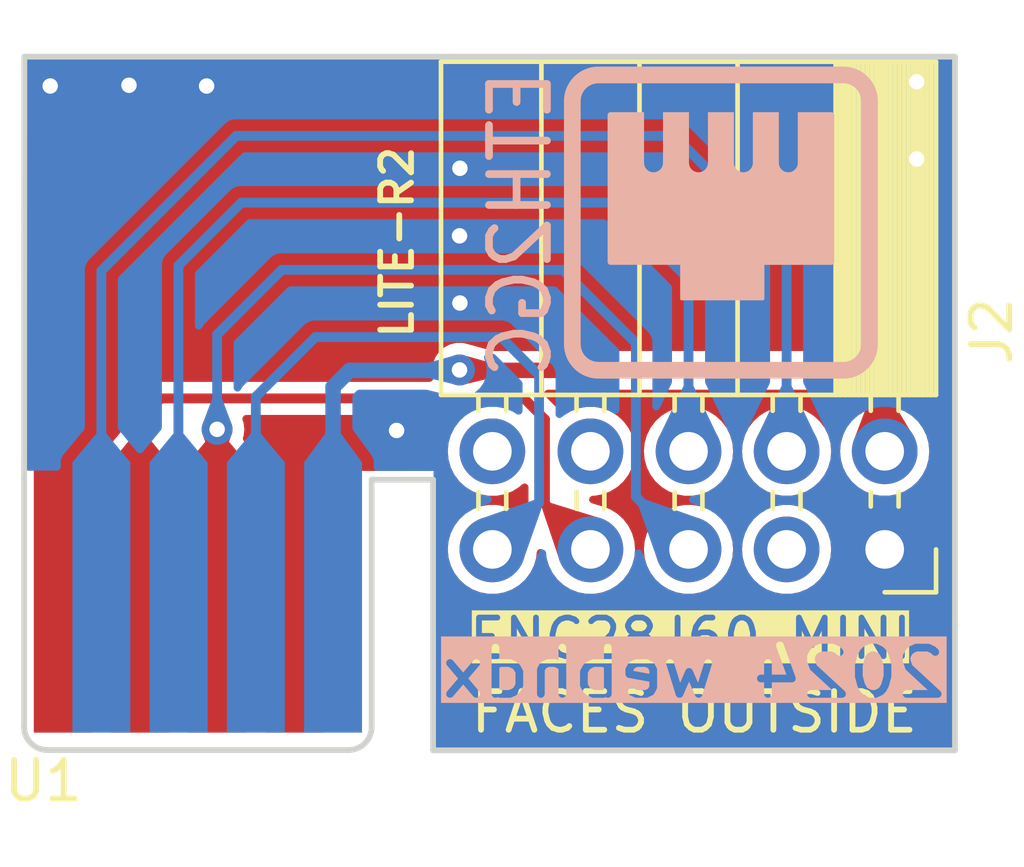
<source format=kicad_pcb>
(kicad_pcb (version 20240108) (generator "pcbnew") (generator_version "8.0")
  (layers (0 "F.Cu" signal) (31 "B.Cu" signal) (34 "B.Paste" user) (35 "F.Paste" user) (36 "B.SilkS" user "B.Silkscreen") (37 "F.SilkS" user "F.Silkscreen") (38 "B.Mask" user) (39 "F.Mask" user) (44 "Edge.Cuts" user))
  (net 0 "")
  (net 1 "+3.3V")
  (net 2 "GND")
  (net 3 "/EXI_INT")
  (net 4 "/EXI_CLK")
  (net 5 "/EXI_MOSI")
  (net 6 "/EXI_MISO")
  (net 7 "/EXI_CS")
  (footprint "Nintendo GameCube:GameCube_SerialPort2_Male" (layer "F.Cu") (at 107.985 111.305)
    (property "Reference" "U1" (at -0.5 4.75 0) (layer "F.SilkS"))
    (property "Value" "~")
    (fp_line (start -1 -3.05) (end -1 3.35) (stroke (width 0.15)) (layer "Edge.Cuts"))
    (fp_line (start -0.4 3.95) (end 7.4 3.95) (stroke (width 0.15)) (layer "Edge.Cuts"))
    (fp_line (start 8 -3.05) (end 8 3.35) (stroke (width 0.15)) (layer "Edge.Cuts"))
    (fp_arc (start -0.4 3.95) (mid -0.824264 3.774264) (end -1 3.35) (stroke (width 0.15)) (layer "Edge.Cuts"))
    (fp_arc (start 8 3.35) (mid 7.824264 3.774264) (end 7.4 3.95) (stroke (width 0.15)) (layer "Edge.Cuts"))
    (pad "1" smd rect (at 7 0) (size 1.5 7) (layers "B.Cu" "B.Mask") (net 1 "+3.3V"))
    (pad "2" smd rect (at 6 0) (size 1.5 7) (layers "F.Cu" "F.Mask") (net 2 "GND"))
    (pad "3" smd rect (at 5 0) (size 1.5 7) (layers "B.Cu" "B.Mask") (net 3 "/EXI_INT"))
    (pad "4" smd rect (at 4 0) (size 1.5 7) (layers "F.Cu" "F.Mask") (net 4 "/EXI_CLK"))
    (pad "5" smd rect (at 3 0) (size 1.5 7) (layers "B.Cu" "B.Mask") (net 5 "/EXI_MOSI"))
    (pad "6" smd rect (at 2 0) (size 1.5 7) (layers "F.Cu" "F.Mask") (net 6 "/EXI_MISO"))
    (pad "7" smd rect (at 1 0) (size 1.5 7) (layers "B.Cu" "B.Mask") (net 7 "/EXI_CS"))
    (pad "8" smd rect (at 0 0) (size 1.5 7) (layers "F.Cu" "F.Mask") (net 2 "GND"))
  )
  (footprint "Connector_PinSocket_2.54mm:PinSocket_2x05_P2.54mm_Horizontal" (layer "F.Cu") (at 129.27 110.06 -90)
    (property "Reference" "J2" (at -5.65 -2.77 90) (layer "F.SilkS"))
    (property "Value" "Conn_02x05_Odd_Even")
    (fp_line (start -12.63 11.49) (end -4 11.49) (stroke (width 0.12)) (layer "F.SilkS"))
    (fp_line (start -4 10.52) (end -3.59 10.52) (stroke (width 0.12)) (layer "F.SilkS"))
    (fp_line (start -1.49 10.52) (end -1.05 10.52) (stroke (width 0.12)) (layer "F.SilkS"))
    (fp_line (start -4 9.8) (end -3.59 9.8) (stroke (width 0.12)) (layer "F.SilkS"))
    (fp_line (start -1.49 9.8) (end -1.05 9.8) (stroke (width 0.12)) (layer "F.SilkS"))
    (fp_line (start -12.63 8.89) (end -4 8.89) (stroke (width 0.12)) (layer "F.SilkS"))
    (fp_line (start -4 7.98) (end -3.59 7.98) (stroke (width 0.12)) (layer "F.SilkS"))
    (fp_line (start -1.49 7.98) (end -1.05 7.98) (stroke (width 0.12)) (layer "F.SilkS"))
    (fp_line (start -4 7.26) (end -3.59 7.26) (stroke (width 0.12)) (layer "F.SilkS"))
    (fp_line (start -1.49 7.26) (end -1.05 7.26) (stroke (width 0.12)) (layer "F.SilkS"))
    (fp_line (start -12.63 6.35) (end -4 6.35) (stroke (width 0.12)) (layer "F.SilkS"))
    (fp_line (start -4 5.44) (end -3.59 5.44) (stroke (width 0.12)) (layer "F.SilkS"))
    (fp_line (start -1.49 5.44) (end -1.05 5.44) (stroke (width 0.12)) (layer "F.SilkS"))
    (fp_line (start -4 4.72) (end -3.59 4.72) (stroke (width 0.12)) (layer "F.SilkS"))
    (fp_line (start -1.49 4.72) (end -1.05 4.72) (stroke (width 0.12)) (layer "F.SilkS"))
    (fp_line (start -12.63 3.81) (end -4 3.81) (stroke (width 0.12)) (layer "F.SilkS"))
    (fp_line (start -4 2.9) (end -3.59 2.9) (stroke (width 0.12)) (layer "F.SilkS"))
    (fp_line (start -1.49 2.9) (end -1.05 2.9) (stroke (width 0.12)) (layer "F.SilkS"))
    (fp_line (start -4 2.18) (end -3.59 2.18) (stroke (width 0.12)) (layer "F.SilkS"))
    (fp_line (start -1.49 2.18) (end -1.05 2.18) (stroke (width 0.12)) (layer "F.SilkS"))
    (fp_line (start -12.63 1.27) (end -4 1.27) (stroke (width 0.12)) (layer "F.SilkS"))
    (fp_line (start -12.63 1.1519) (end -4 1.1519) (stroke (width 0.12)) (layer "F.SilkS"))
    (fp_line (start -12.63 1.033805) (end -4 1.033805) (stroke (width 0.12)) (layer "F.SilkS"))
    (fp_line (start -12.63 0.91571) (end -4 0.91571) (stroke (width 0.12)) (layer "F.SilkS"))
    (fp_line (start -12.63 0.797615) (end -4 0.797615) (stroke (width 0.12)) (layer "F.SilkS"))
    (fp_line (start -12.63 0.67952) (end -4 0.67952) (stroke (width 0.12)) (layer "F.SilkS"))
    (fp_line (start -12.63 0.561425) (end -4 0.561425) (stroke (width 0.12)) (layer "F.SilkS"))
    (fp_line (start -12.63 0.44333) (end -4 0.44333) (stroke (width 0.12)) (layer "F.SilkS"))
    (fp_line (start -4 0.36) (end -3.59 0.36) (stroke (width 0.12)) (layer "F.SilkS"))
    (fp_line (start -1.49 0.36) (end -1.11 0.36) (stroke (width 0.12)) (layer "F.SilkS"))
    (fp_line (start -12.63 0.325235) (end -4 0.325235) (stroke (width 0.12)) (layer "F.SilkS"))
    (fp_line (start -12.63 0.20714) (end -4 0.20714) (stroke (width 0.12)) (layer "F.SilkS"))
    (fp_line (start -12.63 0.089045) (end -4 0.089045) (stroke (width 0.12)) (layer "F.SilkS"))
    (fp_line (start -12.63 -0.02905) (end -4 -0.02905) (stroke (width 0.12)) (layer "F.SilkS"))
    (fp_line (start -12.63 -0.147145) (end -4 -0.147145) (stroke (width 0.12)) (layer "F.SilkS"))
    (fp_line (start -12.63 -0.26524) (end -4 -0.26524) (stroke (width 0.12)) (layer "F.SilkS"))
    (fp_line (start -4 -0.36) (end -3.59 -0.36) (stroke (width 0.12)) (layer "F.SilkS"))
    (fp_line (start -1.49 -0.36) (end -1.11 -0.36) (stroke (width 0.12)) (layer "F.SilkS"))
    (fp_line (start -12.63 -0.383335) (end -4 -0.383335) (stroke (width 0.12)) (layer "F.SilkS"))
    (fp_line (start -12.63 -0.50143) (end -4 -0.50143) (stroke (width 0.12)) (layer "F.SilkS"))
    (fp_line (start -12.63 -0.619525) (end -4 -0.619525) (stroke (width 0.12)) (layer "F.SilkS"))
    (fp_line (start -12.63 -0.73762) (end -4 -0.73762) (stroke (width 0.12)) (layer "F.SilkS"))
    (fp_line (start -12.63 -0.855715) (end -4 -0.855715) (stroke (width 0.12)) (layer "F.SilkS"))
    (fp_line (start -12.63 -0.97381) (end -4 -0.97381) (stroke (width 0.12)) (layer "F.SilkS"))
    (fp_line (start -12.63 -1.091905) (end -4 -1.091905) (stroke (width 0.12)) (layer "F.SilkS"))
    (fp_line (start -12.63 -1.21) (end -4 -1.21) (stroke (width 0.12)) (layer "F.SilkS"))
    (fp_line (start -12.63 -1.33) (end -12.63 11.49) (stroke (width 0.12)) (layer "F.SilkS"))
    (fp_line (start -12.63 -1.33) (end -4 -1.33) (stroke (width 0.12)) (layer "F.SilkS"))
    (fp_line (start -4 -1.33) (end -4 11.49) (stroke (width 0.12)) (layer "F.SilkS"))
    (fp_line (start 0 -1.33) (end 1.11 -1.33) (stroke (width 0.12)) (layer "F.SilkS"))
    (fp_line (start 1.11 -1.33) (end 1.11 0) (stroke (width 0.12)) (layer "F.SilkS"))
    (pad "1" thru_hole rect (at 0 0 270) (size 1.7 1.7) (drill 1) (layers "*.Cu" "*.Mask") (net 2 "GND"))
    (pad "2" thru_hole oval (at -2.54 0 270) (size 1.7 1.7) (drill 1) (layers "*.Cu" "*.Mask") (net 1 "+3.3V"))
    (pad "3" thru_hole oval (at 0 2.54 270) (size 1.7 1.7) (drill 1) (layers "*.Cu" "*.Mask"))
    (pad "4" thru_hole oval (at -2.54 2.54 270) (size 1.7 1.7) (drill 1) (layers "*.Cu" "*.Mask") (net 7 "/EXI_CS"))
    (pad "5" thru_hole oval (at 0 5.08 270) (size 1.7 1.7) (drill 1) (layers "*.Cu" "*.Mask") (net 4 "/EXI_CLK"))
    (pad "6" thru_hole oval (at -2.54 5.08 270) (size 1.7 1.7) (drill 1) (layers "*.Cu" "*.Mask") (net 5 "/EXI_MOSI"))
    (pad "7" thru_hole oval (at 0 7.62 270) (size 1.7 1.7) (drill 1) (layers "*.Cu" "*.Mask") (net 6 "/EXI_MISO"))
    (pad "8" thru_hole oval (at -2.54 7.62 270) (size 1.7 1.7) (drill 1) (layers "*.Cu" "*.Mask"))
    (pad "9" thru_hole oval (at 0 10.16 270) (size 1.7 1.7) (drill 1) (layers "*.Cu" "*.Mask") (net 3 "/EXI_INT"))
    (pad "10" thru_hole oval (at -2.54 10.16 270) (size 1.7 1.7) (drill 1) (layers "*.Cu" "*.Mask"))
  )
  (gr_poly (pts (xy 123.038292 100.048245) (xy 123.038611 100.060879) (xy 123.039558 100.073347) (xy 123.041118 100.085633) (xy 123.043274 100.097721) (xy 123.046013 100.109597) (xy 123.049319 100.121245) (xy 123.053175 100.132649) (xy 123.057567 100.143795) (xy 123.062479 100.154666) (xy 123.067897 100.165248) (xy 123.073803 100.175524) (xy 123.080184 100.185481) (xy 123.087024 100.195101) (xy 123.094307 100.204371) (xy 123.102019 100.213274) (xy 123.110143 100.221795) (xy 123.118664 100.229919) (xy 123.127567 100.23763) (xy 123.136836 100.244913) (xy 123.146457 100.251753) (xy 123.156413 100.258134) (xy 123.16669 100.264041) (xy 123.177272 100.269458) (xy 123.188143 100.274371) (xy 123.199289 100.278763) (xy 123.210693 100.282619) (xy 123.222341 100.285924) (xy 123.234216 100.288663) (xy 123.246305 100.29082) (xy 123.258591 100.29238) (xy 123.271058 100.293327) (xy 123.283693 100.293646) (xy 123.296327 100.293327) (xy 123.308795 100.29238) (xy 123.321081 100.29082) (xy 123.333169 100.288663) (xy 123.345045 100.285924) (xy 123.356693 100.282619) (xy 123.368097 100.278763) (xy 123.379242 100.274371) (xy 123.390114 100.269458) (xy 123.400695 100.264041) (xy 123.410972 100.258134) (xy 123.420928 100.251753) (xy 123.430549 100.244913) (xy 123.439819 100.23763) (xy 123.448722 100.229919) (xy 123.457243 100.221795) (xy 123.465367 100.213274) (xy 123.473078 100.204371) (xy 123.480361 100.195101) (xy 123.487201 100.185481) (xy 123.493582 100.175524) (xy 123.499489 100.165248) (xy 123.504906 100.154666) (xy 123.509818 100.143795) (xy 123.51421 100.132649) (xy 123.518067 100.121245) (xy 123.521372 100.109597) (xy 123.524111 100.097721) (xy 123.526268 100.085633) (xy 123.527827 100.073347) (xy 123.528775 100.060879) (xy 123.529094 100.048245) (xy 123.529094 98.737235) (xy 124.201797 98.737235) (xy 124.201797 100.048245) (xy 124.202116 100.060879) (xy 124.203063 100.073347) (xy 124.204623 100.085633) (xy 124.20678 100.097721) (xy 124.209518 100.109597) (xy 124.212824 100.121245) (xy 124.21668 100.132649) (xy 124.221072 100.143795) (xy 124.225984 100.154666) (xy 124.231402 100.165248) (xy 124.237308 100.175524) (xy 124.243689 100.185481) (xy 124.250529 100.195101) (xy 124.257812 100.204371) (xy 124.265524 100.213274) (xy 124.273648 100.221795) (xy 124.282169 100.229919) (xy 124.291072 100.23763) (xy 124.300341 100.244913) (xy 124.309962 100.251753) (xy 124.319918 100.258134) (xy 124.330195 100.264041) (xy 124.340777 100.269458) (xy 124.351648 100.274371) (xy 124.362793 100.278763) (xy 124.374198 100.282619) (xy 124.385845 100.285924) (xy 124.397721 100.288663) (xy 124.40981 100.29082) (xy 124.422096 100.29238) (xy 124.434563 100.293327) (xy 124.447198 100.293646) (xy 124.459832 100.293327) (xy 124.4723 100.29238) (xy 124.484585 100.29082) (xy 124.496674 100.288663) (xy 124.50855 100.285924) (xy 124.520197 100.282619) (xy 124.531602 100.278763) (xy 124.542747 100.274371) (xy 124.553619 100.269458) (xy 124.5642 100.264041) (xy 124.574477 100.258134) (xy 124.584433 100.251753) (xy 124.594054 100.244913) (xy 124.603323 100.23763) (xy 124.612226 100.229919) (xy 124.620748 100.221795) (xy 124.628871 100.213274) (xy 124.636583 100.204371) (xy 124.643866 100.195101) (xy 124.650706 100.185481) (xy 124.657087 100.175524) (xy 124.662994 100.165248) (xy 124.668411 100.154666) (xy 124.673323 100.143795) (xy 124.677715 100.132649) (xy 124.681572 100.121245) (xy 124.684877 100.109597) (xy 124.687616 100.097721) (xy 124.689773 100.085633) (xy 124.691332 100.073347) (xy 124.692279 100.060879) (xy 124.692598 100.048245) (xy 124.692598 98.737235) (xy 125.365301 98.737235) (xy 125.365301 100.048245) (xy 125.365621 100.060879) (xy 125.366568 100.073347) (xy 125.368127 100.085633) (xy 125.370284 100.097721) (xy 125.373023 100.109597) (xy 125.376328 100.121245) (xy 125.380185 100.132649) (xy 125.384577 100.143795) (xy 125.389489 100.154666) (xy 125.394906 100.165248) (xy 125.400813 100.175524) (xy 125.407194 100.185481) (xy 125.414034 100.195101) (xy 125.421317 100.204371) (xy 125.429029 100.213274) (xy 125.437152 100.221795) (xy 125.445674 100.229919) (xy 125.454577 100.23763) (xy 125.463846 100.244913) (xy 125.473467 100.251753) (xy 125.483423 100.258134) (xy 125.4937 100.264041) (xy 125.504282 100.269458) (xy 125.515153 100.274371) (xy 125.526298 100.278763) (xy 125.537703 100.282619) (xy 125.54935 100.285924) (xy 125.561226 100.288663) (xy 125.573315 100.29082) (xy 125.5856 100.29238) (xy 125.598068 100.293327) (xy 125.610702 100.293646) (xy 125.623337 100.293327) (xy 125.635804 100.29238) (xy 125.64809 100.29082) (xy 125.660179 100.288663) (xy 125.672055 100.285924) (xy 125.683702 100.282619) (xy 125.695107 100.278763) (xy 125.706252 100.274371) (xy 125.717123 100.269458) (xy 125.727705 100.264041) (xy 125.737982 100.258134) (xy 125.747938 100.251753) (xy 125.757559 100.244913) (xy 125.766828 100.23763) (xy 125.775731 100.229919) (xy 125.784253 100.221795) (xy 125.792376 100.213274) (xy 125.800088 100.204371) (xy 125.807371 100.195101) (xy 125.814211 100.185481) (xy 125.820592 100.175524) (xy 125.826498 100.165248) (xy 125.831916 100.154666) (xy 125.836828 100.143795) (xy 125.84122 100.132649) (xy 125.845076 100.121245) (xy 125.848382 100.109597) (xy 125.85112 100.097721) (xy 125.853277 100.085633) (xy 125.854837 100.073347) (xy 125.855784 100.060879) (xy 125.856103 100.048245) (xy 125.856103 98.737235) (xy 126.528807 98.737235) (xy 126.528807 100.048245) (xy 126.529126 100.060879) (xy 126.530073 100.073347) (xy 126.531633 100.085633) (xy 126.533789 100.097721) (xy 126.536528 100.109597) (xy 126.539834 100.121245) (xy 126.54369 100.132649) (xy 126.548082 100.143795) (xy 126.552994 100.154666) (xy 126.558412 100.165248) (xy 126.564318 100.175524) (xy 126.570699 100.185481) (xy 126.577539 100.195101) (xy 126.584822 100.204371) (xy 126.592534 100.213274) (xy 126.600658 100.221795) (xy 126.609179 100.229919) (xy 126.618082 100.23763) (xy 126.627351 100.244913) (xy 126.636972 100.251753) (xy 126.646928 100.258134) (xy 126.657205 100.264041) (xy 126.667787 100.269458) (xy 126.678658 100.274371) (xy 126.689803 100.278763) (xy 126.701208 100.282619) (xy 126.712855 100.285924) (xy 126.724731 100.288663) (xy 126.73682 100.29082) (xy 126.749106 100.29238) (xy 126.761573 100.293327) (xy 126.774207 100.293646) (xy 126.786842 100.293327) (xy 126.799309 100.29238) (xy 126.811595 100.29082) (xy 126.823684 100.288663) (xy 126.83556 100.285924) (xy 126.847207 100.282619) (xy 126.858612 100.278763) (xy 126.869757 100.274371) (xy 126.880629 100.269458) (xy 126.89121 100.264041) (xy 126.901487 100.258134) (xy 126.911443 100.251753) (xy 126.921064 100.244913) (xy 126.930333 100.23763) (xy 126.939236 100.229919) (xy 126.947758 100.221795) (xy 126.955881 100.213274) (xy 126.963593 100.204371) (xy 126.970876 100.195101) (xy 126.977716 100.185481) (xy 126.984097 100.175524) (xy 126.990004 100.165248) (xy 126.995421 100.154666) (xy 127.000333 100.143795) (xy 127.004725 100.132649) (xy 127.008581 100.121245) (xy 127.011887 100.109597) (xy 127.014625 100.097721) (xy 127.016782 100.085633) (xy 127.018342 100.073347) (xy 127.019289 100.060879) (xy 127.019608 100.048245) (xy 127.019608 98.737235) (xy 127.887442 98.737235) (xy 127.891327 98.737335) (xy 127.895163 98.737631) (xy 127.898948 98.738119) (xy 127.902675 98.738794) (xy 127.906339 98.73965) (xy 127.909936 98.740684) (xy 127.913461 98.741888) (xy 127.916908 98.74326) (xy 127.920272 98.744794) (xy 127.92355 98.746484) (xy 127.926735 98.748326) (xy 127.929823 98.750315) (xy 127.932808 98.752446) (xy 127.935687 98.754714) (xy 127.938453 98.757114) (xy 127.941102 98.759642) (xy 127.94363 98.762291) (xy 127.94603 98.765057) (xy 127.948298 98.767936) (xy 127.950429 98.770921) (xy 127.952418 98.774009) (xy 127.95426 98.777194) (xy 127.95595 98.780472) (xy 127.957484 98.783836) (xy 127.958856 98.787284) (xy 127.960061 98.790808) (xy 127.961094 98.794405) (xy 127.96195 98.798069) (xy 127.962625 98.801796) (xy 127.963113 98.805581) (xy 127.96341 98.809418) (xy 127.963509 98.813302) (xy 127.963509 102.615365) (xy 127.96341 102.619249) (xy 127.963113 102.623086) (xy 127.962625 102.626871) (xy 127.96195 102.630598) (xy 127.961094 102.634262) (xy 127.960061 102.637859) (xy 127.958856 102.641384) (xy 127.957484 102.644831) (xy 127.955951 102.648195) (xy 127.95426 102.651473) (xy 127.952418 102.654658) (xy 127.950429 102.657746) (xy 127.948298 102.660732) (xy 127.94603 102.66361) (xy 127.94363 102.666376) (xy 127.941103 102.669026) (xy 127.938453 102.671553) (xy 127.935687 102.673953) (xy 127.932809 102.676221) (xy 127.929823 102.678352) (xy 127.926735 102.680341) (xy 127.92355 102.682183) (xy 127.920273 102.683874) (xy 127.916908 102.685407) (xy 127.913461 102.686779) (xy 127.909936 102.687984) (xy 127.906339 102.689017) (xy 127.902675 102.689873) (xy 127.898948 102.690548) (xy 127.895164 102.691036) (xy 127.891327 102.691333) (xy 127.887442 102.691433) (xy 126.154422 102.691433) (xy 126.154422 103.569849) (xy 126.15437 103.571885) (xy 126.154216 103.5739) (xy 126.153962 103.575889) (xy 126.15361 103.57785) (xy 126.153164 103.579781) (xy 126.152625 103.581678) (xy 126.151996 103.58354) (xy 126.15128 103.585363) (xy 126.150478 103.587143) (xy 126.149593 103.58888) (xy 126.148628 103.590569) (xy 126.147585 103.592208) (xy 126.146466 103.593795) (xy 126.145274 103.595326) (xy 126.144012 103.596798) (xy 126.142681 103.598209) (xy 126.141284 103.599557) (xy 126.139824 103.600837) (xy 126.138303 103.602048) (xy 126.136723 103.603187) (xy 126.135087 103.604251) (xy 126.133397 103.605236) (xy 126.131655 103.606142) (xy 126.129865 103.606963) (xy 126.128028 103.607699) (xy 126.126148 103.608345) (xy 126.124225 103.6089) (xy 126.122264 103.60936) (xy 126.120265 103.609722) (xy 126.118232 103.609985) (xy 126.116167 103.610144) (xy 126.114073 103.610198) (xy 124.013943 103.610198) (xy 124.011906 103.610146) (xy 124.009892 103.609992) (xy 124.007903 103.609738) (xy 124.005942 103.609387) (xy 124.004011 103.608941) (xy 124.002113 103.608402) (xy 124.000252 103.607773) (xy 123.998429 103.607056) (xy 123.996648 103.606254) (xy 123.994912 103.60537) (xy 123.993223 103.604405) (xy 123.991583 103.603361) (xy 123.989997 103.602243) (xy 123.988466 103.601051) (xy 123.986994 103.599788) (xy 123.985583 103.598457) (xy 123.984235 103.59706) (xy 123.982955 103.5956) (xy 123.981744 103.594079) (xy 123.980605 103.592499) (xy 123.979541 103.590863) (xy 123.978555 103.589173) (xy 123.97765 103.587432) (xy 123.976829 103.585642) (xy 123.976093 103.583805) (xy 123.975447 103.581924) (xy 123.974892 103.580002) (xy 123.974432 103.57804) (xy 123.974069 103.576041) (xy 123.973807 103.574009) (xy 123.973647 103.571944) (xy 123.973594 103.569849) (xy 123.973594 102.690771) (xy 122.170458 102.690771) (xy 122.166574 102.690671) (xy 122.162737 102.690374) (xy 122.158952 102.689886) (xy 122.155226 102.689211) (xy 122.151561 102.688355) (xy 122.147964 102.687322) (xy 122.14444 102.686117) (xy 122.140993 102.684745) (xy 122.137628 102.683212) (xy 122.13435 102.681522) (xy 122.131165 102.679679) (xy 122.128077 102.67769) (xy 122.125092 102.675559) (xy 122.122213 102.673291) (xy 122.119447 102.670891) (xy 122.116798 102.668364) (xy 122.114271 102.665715) (xy 122.111871 102.662948) (xy 122.109602 102.66007) (xy 122.107471 102.657084) (xy 122.105482 102.653996) (xy 122.10364 102.650811) (xy 122.10195 102.647534) (xy 122.100416 102.644169) (xy 122.099045 102.640722) (xy 122.09784 102.637197) (xy 122.096807 102.6336) (xy 122.09595 102.629936) (xy 122.095275 102.626209) (xy 122.094787 102.622425) (xy 122.094491 102.618588) (xy 122.094391 102.614703) (xy 122.094391 98.812641) (xy 122.094549 98.808758) (xy 122.094896 98.804927) (xy 122.095428 98.801151) (xy 122.09614 98.797436) (xy 122.097027 98.793787) (xy 122.098085 98.790208) (xy 122.09931 98.786703) (xy 122.100695 98.783278) (xy 122.102238 98.779938) (xy 122.103933 98.776686) (xy 122.105776 98.773528) (xy 122.107762 98.770469) (xy 122.109887 98.767513) (xy 122.112145 98.764665) (xy 122.114533 98.761929) (xy 122.117046 98.759311) (xy 122.119679 98.756815) (xy 122.122427 98.754445) (xy 122.125286 98.752208) (xy 122.128252 98.750106) (xy 122.131319 98.748145) (xy 122.134484 98.746331) (xy 122.137741 98.744666) (xy 122.141086 98.743157) (xy 122.144514 98.741807) (xy 122.148021 98.740623) (xy 122.151602 98.739607) (xy 122.155253 98.738766) (xy 122.158968 98.738103) (xy 122.162744 98.737624) (xy 122.166576 98.737333) (xy 122.170458 98.737235) (xy 123.038292 98.737235)) (fill solid) (layer "B.SilkS"))
  (gr_poly (pts (xy 128.246713 97.558362) (xy 128.291868 97.561828) (xy 128.336382 97.567535) (xy 128.380198 97.575424) (xy 128.423257 97.585437) (xy 128.465504 97.597516) (xy 128.50688 97.611602) (xy 128.54733 97.627638) (xy 128.586794 97.645566) (xy 128.625218 97.665326) (xy 128.662542 97.686861) (xy 128.698711 97.710114) (xy 128.733666 97.735025) (xy 128.767351 97.761537) (xy 128.799709 97.789592) (xy 128.830682 97.81913) (xy 128.860221 97.850104) (xy 128.888276 97.882461) (xy 128.914788 97.916146) (xy 128.939699 97.951102) (xy 128.962951 97.98727) (xy 128.984487 98.024595) (xy 129.004247 98.063018) (xy 129.022174 98.102483) (xy 129.03821 98.142932) (xy 129.052296 98.184308) (xy 129.064375 98.226555) (xy 129.074388 98.269615) (xy 129.082277 98.31343) (xy 129.087984 98.357944) (xy 129.091451 98.403099) (xy 129.092619 98.448839) (xy 129.092619 104.745261) (xy 129.091451 104.791001) (xy 129.087984 104.836156) (xy 129.082277 104.88067) (xy 129.074388 104.924485) (xy 129.064375 104.967545) (xy 129.052296 105.009791) (xy 129.03821 105.051168) (xy 129.022174 105.091617) (xy 129.004247 105.131082) (xy 128.984487 105.169505) (xy 128.962951 105.206829) (xy 128.939699 105.242998) (xy 128.914788 105.277953) (xy 128.888276 105.311638) (xy 128.860221 105.343996) (xy 128.830682 105.374969) (xy 128.799709 105.404508) (xy 128.767351 105.432562) (xy 128.733666 105.459074) (xy 128.698711 105.483985) (xy 128.662542 105.507238) (xy 128.625218 105.528773) (xy 128.586795 105.548534) (xy 128.54733 105.566461) (xy 128.506881 105.582497) (xy 128.465504 105.596583) (xy 128.423257 105.608662) (xy 128.380198 105.618675) (xy 128.336382 105.626564) (xy 128.291868 105.632271) (xy 128.246713 105.635737) (xy 128.200973 105.636906) (xy 121.856266 105.636906) (xy 121.810526 105.635737) (xy 121.765371 105.632271) (xy 121.720857 105.626564) (xy 121.677042 105.618675) (xy 121.633982 105.608662) (xy 121.591735 105.596583) (xy 121.550359 105.582497) (xy 121.50991 105.566461) (xy 121.470445 105.548534) (xy 121.432022 105.528773) (xy 121.394697 105.507238) (xy 121.358529 105.483985) (xy 121.323573 105.459074) (xy 121.289888 105.432562) (xy 121.257531 105.404508) (xy 121.226557 105.374969) (xy 121.197019 105.343996) (xy 121.168964 105.311638) (xy 121.142452 105.277953) (xy 121.117541 105.242997) (xy 121.094288 105.206829) (xy 121.072753 105.169504) (xy 121.052993 105.131081) (xy 121.035065 105.091616) (xy 121.019029 105.051167) (xy 121.004943 105.009791) (xy 120.992864 104.967544) (xy 120.982851 104.924485) (xy 120.974962 104.880669) (xy 120.969255 104.836155) (xy 120.965789 104.791) (xy 120.96462 104.74526) (xy 121.397214 104.74526) (xy 121.397814 104.768696) (xy 121.399593 104.791852) (xy 121.402524 104.814698) (xy 121.406577 104.837203) (xy 121.411723 104.859336) (xy 121.417933 104.881066) (xy 121.425178 104.902362) (xy 121.433429 104.923193) (xy 121.442656 104.943527) (xy 121.45283 104.963335) (xy 121.463924 104.982584) (xy 121.475907 105.001244) (xy 121.48875 105.019285) (xy 121.502424 105.036674) (xy 121.516901 105.053381) (xy 121.532151 105.069375) (xy 121.548138 105.084625) (xy 121.564825 105.099102) (xy 121.582185 105.112776) (xy 121.600188 105.12562) (xy 121.618809 105.137602) (xy 121.638017 105.148696) (xy 121.657785 105.15887) (xy 121.678085 105.168098) (xy 121.69889 105.176348) (xy 121.720169 105.183593) (xy 121.741897 105.189803) (xy 121.764044 105.194949) (xy 121.786583 105.199002) (xy 121.809484 105.201933) (xy 121.832721 105.203713) (xy 121.856266 105.204313) (xy 128.200973 105.204313) (xy 128.224409 105.203713) (xy 128.247565 105.201933) (xy 128.270411 105.199002) (xy 128.292916 105.194949) (xy 128.315049 105.189803) (xy 128.336779 105.183593) (xy 128.358075 105.176348) (xy 128.378906 105.168098) (xy 128.39924 105.15887) (xy 128.419048 105.148696) (xy 128.438297 105.137602) (xy 128.456958 105.12562) (xy 128.474998 105.112776) (xy 128.492387 105.099102) (xy 128.509094 105.084625) (xy 128.525088 105.069375) (xy 128.540338 105.053388) (xy 128.554815 105.036701) (xy 128.56849 105.019341) (xy 128.581333 105.001338) (xy 128.593315 104.982717) (xy 128.604409 104.963509) (xy 128.614584 104.943741) (xy 128.623811 104.923441) (xy 128.632061 104.902636) (xy 128.639306 104.881357) (xy 128.645516 104.859629) (xy 128.650662 104.837482) (xy 128.654715 104.814944) (xy 128.657646 104.792042) (xy 128.659426 104.768805) (xy 128.660025 104.74526) (xy 128.660025 98.448839) (xy 128.659426 98.425403) (xy 128.657646 98.402247) (xy 128.654715 98.379401) (xy 128.650662 98.356896) (xy 128.645516 98.334763) (xy 128.639306 98.313033) (xy 128.632061 98.291737) (xy 128.623811 98.270906) (xy 128.614584 98.250572) (xy 128.604409 98.230764) (xy 128.593315 98.211515) (xy 128.581333 98.192854) (xy 128.56849 98.174814) (xy 128.554815 98.157425) (xy 128.540338 98.140718) (xy 128.525088 98.124724) (xy 128.509102 98.109474) (xy 128.492415 98.094997) (xy 128.475055 98.081323) (xy 128.457051 98.06848) (xy 128.438431 98.056497) (xy 128.419223 98.045403) (xy 128.399454 98.035229) (xy 128.379154 98.026002) (xy 128.35835 98.017751) (xy 128.33707 98.010506) (xy 128.315343 98.004297) (xy 128.293196 97.99915) (xy 128.270657 97.995097) (xy 128.247755 97.992166) (xy 128.224518 97.990387) (xy 128.200974 97.989787) (xy 121.856266 97.989787) (xy 121.83283 97.990387) (xy 121.809674 97.992166) (xy 121.786828 97.995097) (xy 121.764323 97.99915) (xy 121.74219 98.004296) (xy 121.72046 98.010506) (xy 121.699164 98.017751) (xy 121.678333 98.026002) (xy 121.657999 98.035229) (xy 121.638191 98.045403) (xy 121.618942 98.056497) (xy 121.600281 98.06848) (xy 121.582241 98.081323) (xy 121.564852 98.094997) (xy 121.548145 98.109474) (xy 121.532151 98.124724) (xy 121.516901 98.140711) (xy 121.502424 98.157398) (xy 121.48875 98.174758) (xy 121.475907 98.192761) (xy 121.463924 98.211382) (xy 121.45283 98.23059) (xy 121.442656 98.250358) (xy 121.433429 98.270658) (xy 121.425178 98.291463) (xy 121.417933 98.312742) (xy 121.411723 98.33447) (xy 121.406577 98.356617) (xy 121.402524 98.379156) (xy 121.399593 98.402057) (xy 121.397814 98.425294) (xy 121.397214 98.448839) (xy 121.397214 104.74526) (xy 120.96462 104.74526) (xy 120.96462 98.448839) (xy 120.965789 98.403099) (xy 120.969255 98.357944) (xy 120.974962 98.31343) (xy 120.982851 98.269615) (xy 120.992864 98.226555) (xy 121.004943 98.184308) (xy 121.019029 98.142932) (xy 121.035065 98.102483) (xy 121.052993 98.063018) (xy 121.072753 98.024595) (xy 121.094288 97.98727) (xy 121.117541 97.951102) (xy 121.142452 97.916146) (xy 121.168964 97.882461) (xy 121.197019 97.850104) (xy 121.226557 97.81913) (xy 121.257531 97.789592) (xy 121.289888 97.761537) (xy 121.323573 97.735025) (xy 121.358529 97.710114) (xy 121.394697 97.686861) (xy 121.432022 97.665326) (xy 121.470445 97.645566) (xy 121.50991 97.627638) (xy 121.550359 97.611602) (xy 121.591735 97.597516) (xy 121.633982 97.585437) (xy 121.677042 97.575424) (xy 121.720857 97.567535) (xy 121.765371 97.561828) (xy 121.810526 97.558362) (xy 121.856266 97.557193) (xy 128.200973 97.557193)) (fill solid) (layer "B.SilkS"))
  (gr_line (start 117.575 115.263) (end 131.09 115.263) (stroke (width 0.15)) (layer "Edge.Cuts"))
  (gr_line (start 106.99 97.3) (end 131.09 97.3) (stroke (width 0.15)) (layer "Edge.Cuts"))
  (gr_line (start 117.575 108.255) (end 117.575 115.263) (stroke (width 0.15)) (layer "Edge.Cuts"))
  (gr_line (start 106.99 97.3) (end 106.985 108.255) (stroke (width 0.15)) (layer "Edge.Cuts"))
  (gr_line (start 117.575 108.255) (end 115.985 108.255) (stroke (width 0.15)) (layer "Edge.Cuts"))
  (gr_line (start 131.09 115.263) (end 131.09 97.3) (stroke (width 0.15)) (layer "Edge.Cuts"))
  (gr_text "ETH2GC" (at 120.716916 97.542495 90) (layer "B.SilkS") (effects (font (size 1.5 1.4) (thickness 0.2) (bold yes)) (justify left bottom mirror)))
  (gr_text "2024 webhdx" (at 130.96 113.96 0) (layer "B.SilkS" knockout) (effects (font (size 1.2 1.3) (thickness 0.2) (bold yes)) (justify left bottom mirror)))
  (gr_text "ENC28J60 MINI" (at 124.24 112.37 0) (layer "F.SilkS" knockout) (effects (font (size 1 1))))
  (gr_text "LITE-R2" (at 117.11 104.66 90) (layer "F.SilkS") (effects (font (size 0.8 0.8)) (justify left bottom)))
  (gr_text "FACES OUTSIDE" (at 118.48 114.86 0) (layer "F.SilkS") (effects (font (size 1 1)) (justify left bottom)))
  (segment (start 129.27 106.12) (end 129.27 107.52) (width 0.4) (layer "F.Cu") (net 1))
  (segment (start 128.5735 105.4235) (end 129.27 106.12) (width 0.4) (layer "F.Cu") (net 1))
  (segment (start 118.26 105.4135) (end 118.27 105.4235) (width 0.4) (layer "F.Cu") (net 1))
  (segment (start 118.27 105.4235) (end 128.5735 105.4235) (width 0.4) (layer "F.Cu") (net 1))
  (via (at 118.26 105.4135) (size 0.8) (drill 0.4) (layers "F.Cu" "B.Cu") (net 1))
  (segment (start 115.4165 105.4235) (end 114.985 105.855) (width 0.4) (layer "B.Cu") (net 1))
  (segment (start 118.26 105.4135) (end 118.25 105.4235) (width 0.4) (layer "B.Cu") (net 1))
  (segment (start 118.25 105.4235) (end 115.4165 105.4235) (width 0.4) (layer "B.Cu") (net 1))
  (segment (start 114.985 105.855) (end 114.985 111.305) (width 0.4) (layer "B.Cu") (net 1))
  (via (at 111.71 98.06) (size 0.8) (drill 0.4) (layers "F.Cu" "B.Cu") (net 2))
  (via (at 130.1 97.95) (size 0.8) (drill 0.4) (layers "F.Cu" "B.Cu") (net 2))
  (via (at 130.1 99.95) (size 0.8) (drill 0.4) (layers "F.Cu" "B.Cu") (net 2))
  (via (at 118.27 100.19) (size 0.8) (drill 0.4) (layers "F.Cu" "B.Cu") (net 2))
  (via (at 118.27 103.68) (size 0.8) (drill 0.4) (layers "F.Cu" "B.Cu") (net 2))
  (via (at 109.7 98.04) (size 0.8) (drill 0.4) (layers "F.Cu" "B.Cu") (net 2))
  (via (at 118.26 101.94) (size 0.8) (drill 0.4) (layers "F.Cu" "B.Cu") (net 2))
  (via (at 116.63 106.98) (size 0.8) (drill 0.4) (layers "F.Cu" "B.Cu") (net 2))
  (via (at 107.66 98.06) (size 0.8) (drill 0.4) (layers "F.Cu" "B.Cu") (net 2))
  (segment (start 120.32 105.55) (end 120.32 108.85) (width 0.254) (layer "B.Cu") (net 3))
  (segment (start 112.985 106.105) (end 114.53 104.56) (width 0.254) (layer "B.Cu") (net 3))
  (segment (start 120.32 108.85) (end 119.11 110.06) (width 0.254) (layer "B.Cu") (net 3))
  (segment (start 114.53 104.56) (end 119.33 104.56) (width 0.254) (layer "B.Cu") (net 3))
  (segment (start 119.33 104.56) (end 120.32 105.55) (width 0.254) (layer "B.Cu") (net 3))
  (segment (start 112.985 111.305) (end 112.985 106.105) (width 0.254) (layer "B.Cu") (net 3))
  (segment (start 111.985 107.105) (end 111.985 111.305) (width 0.254) (layer "F.Cu") (net 4))
  (segment (start 111.982514 107.102514) (end 111.985 107.105) (width 0.254) (layer "F.Cu") (net 4))
  (segment (start 111.982514 106.95) (end 111.982514 107.102514) (width 0.254) (layer "F.Cu") (net 4))
  (via (at 111.982514 106.95) (size 0.8) (drill 0.4) (layers "F.Cu" "B.Cu") (net 4))
  (segment (start 120.93 102.82) (end 122.827 104.717) (width 0.254) (layer "B.Cu") (net 4))
  (segment (start 122.827 108.697) (end 124.19 110.06) (width 0.254) (layer "B.Cu") (net 4))
  (segment (start 111.982514 104.497486) (end 113.66 102.82) (width 0.254) (layer "B.Cu") (net 4))
  (segment (start 111.982514 106.95) (end 111.982514 104.497486) (width 0.254) (layer "B.Cu") (net 4))
  (segment (start 113.66 102.82) (end 120.93 102.82) (width 0.254) (layer "B.Cu") (net 4))
  (segment (start 122.827 104.717) (end 122.827 108.697) (width 0.254) (layer "B.Cu") (net 4))
  (segment (start 122.21 101.08) (end 124.19 103.06) (width 0.254) (layer "B.Cu") (net 5))
  (segment (start 112.61 101.08) (end 122.21 101.08) (width 0.254) (layer "B.Cu") (net 5))
  (segment (start 110.985 111.305) (end 110.985 108.555) (width 0.254) (layer "B.Cu") (net 5))
  (segment (start 110.98 108.55) (end 110.98 102.71) (width 0.254) (layer "B.Cu") (net 5))
  (segment (start 110.98 102.71) (end 112.61 101.08) (width 0.254) (layer "B.Cu") (net 5))
  (segment (start 110.985 108.555) (end 110.98 108.55) (width 0.254) (layer "B.Cu") (net 5))
  (segment (start 124.19 103.06) (end 124.19 107.52) (width 0.254) (layer "B.Cu") (net 5))
  (segment (start 109.985 111.305) (end 109.985 106.695) (width 0.254) (layer "F.Cu") (net 6))
  (segment (start 120.473 108.883) (end 121.65 110.06) (width 0.254) (layer "F.Cu") (net 6))
  (segment (start 120.473 106.693) (end 120.473 108.883) (width 0.254) (layer "F.Cu") (net 6))
  (segment (start 110.53 106.15) (end 119.93 106.15) (width 0.254) (layer "F.Cu") (net 6))
  (segment (start 119.93 106.15) (end 120.473 106.693) (width 0.254) (layer "F.Cu") (net 6))
  (segment (start 109.985 106.695) (end 110.53 106.15) (width 0.254) (layer "F.Cu") (net 6))
  (segment (start 108.985 111.305) (end 108.985 102.845) (width 0.254) (layer "B.Cu") (net 7))
  (segment (start 126.73 102.26) (end 126.73 107.52) (width 0.254) (layer "B.Cu") (net 7))
  (segment (start 112.48 99.35) (end 123.82 99.35) (width 0.254) (layer "B.Cu") (net 7))
  (segment (start 123.82 99.35) (end 126.73 102.26) (width 0.254) (layer "B.Cu") (net 7))
  (segment (start 108.985 102.845) (end 112.48 99.35) (width 0.254) (layer "B.Cu") (net 7))
  (zone (net 2) (net_name "GND") (layers "F&B.Cu") (connect_pads yes (clearance 0.3)) (min_thickness 0.2) (fill yes (thermal_gap 0.3) (thermal_bridge_width 0.3))
    (polygon (pts (xy 131.09 96.81) (xy 107.02 96.84) (xy 106.98 108.02) (xy 117.59 108.03) (xy 117.59 115.24) (xy 131.09 115.24)))
  )
)
</source>
